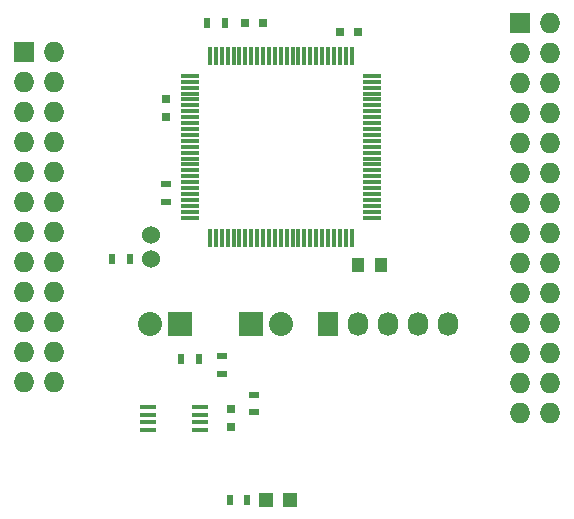
<source format=gts>
G04 #@! TF.FileFunction,Soldermask,Top*
%FSLAX46Y46*%
G04 Gerber Fmt 4.6, Leading zero omitted, Abs format (unit mm)*
G04 Created by KiCad (PCBNEW (2015-01-16 BZR 5376)-product) date 23/07/2015 12:13:06*
%MOMM*%
G01*
G04 APERTURE LIST*
%ADD10C,0.100000*%
%ADD11R,1.000000X1.250000*%
%ADD12R,0.750000X0.800000*%
%ADD13R,0.800000X0.750000*%
%ADD14R,2.032000X2.032000*%
%ADD15O,2.032000X2.032000*%
%ADD16R,1.727200X1.727200*%
%ADD17O,1.727200X1.727200*%
%ADD18C,1.524000*%
%ADD19R,1.727200X2.032000*%
%ADD20O,1.727200X2.032000*%
%ADD21R,0.900000X0.500000*%
%ADD22R,0.500000X0.900000*%
%ADD23R,1.500000X0.300000*%
%ADD24R,0.300000X1.500000*%
%ADD25R,1.198880X1.198880*%
%ADD26R,1.450000X0.450000*%
G04 APERTURE END LIST*
D10*
D11*
X91250000Y-89000000D03*
X93250000Y-89000000D03*
D12*
X75000000Y-75000000D03*
X75000000Y-76500000D03*
D13*
X81750000Y-68500000D03*
X83250000Y-68500000D03*
X91250000Y-69250000D03*
X89750000Y-69250000D03*
D14*
X76250000Y-94000000D03*
D15*
X73710000Y-94000000D03*
D16*
X105000000Y-68500000D03*
D17*
X107540000Y-68500000D03*
X105000000Y-71040000D03*
X107540000Y-71040000D03*
X105000000Y-73580000D03*
X107540000Y-73580000D03*
X105000000Y-76120000D03*
X107540000Y-76120000D03*
X105000000Y-78660000D03*
X107540000Y-78660000D03*
X105000000Y-81200000D03*
X107540000Y-81200000D03*
X105000000Y-83740000D03*
X107540000Y-83740000D03*
X105000000Y-86280000D03*
X107540000Y-86280000D03*
X105000000Y-88820000D03*
X107540000Y-88820000D03*
X105000000Y-91360000D03*
X107540000Y-91360000D03*
X105000000Y-93900000D03*
X107540000Y-93900000D03*
X105000000Y-96440000D03*
X107540000Y-96440000D03*
X105000000Y-98980000D03*
X107540000Y-98980000D03*
X105000000Y-101520000D03*
X107540000Y-101520000D03*
D18*
X73750000Y-86500000D03*
X73750000Y-88500000D03*
D19*
X88750000Y-94000000D03*
D20*
X91290000Y-94000000D03*
X93830000Y-94000000D03*
X96370000Y-94000000D03*
X98910000Y-94000000D03*
D14*
X82250000Y-94000000D03*
D15*
X84790000Y-94000000D03*
D21*
X79750000Y-98250000D03*
X79750000Y-96750000D03*
D22*
X70500000Y-88500000D03*
X72000000Y-88500000D03*
X78500000Y-68500000D03*
X80000000Y-68500000D03*
D21*
X75050000Y-83700000D03*
X75050000Y-82200000D03*
D23*
X92450000Y-85000000D03*
X92450000Y-84500000D03*
X92450000Y-84000000D03*
X92450000Y-83500000D03*
X92450000Y-83000000D03*
X92450000Y-82500000D03*
X92450000Y-82000000D03*
X92450000Y-81500000D03*
X92450000Y-81000000D03*
X92450000Y-80500000D03*
X92450000Y-80000000D03*
X92450000Y-79500000D03*
X92450000Y-79000000D03*
X92450000Y-78500000D03*
X92450000Y-78000000D03*
X92450000Y-77500000D03*
X92450000Y-77000000D03*
X92450000Y-76500000D03*
X92450000Y-76000000D03*
X92450000Y-75500000D03*
X92450000Y-75000000D03*
X92450000Y-74500000D03*
X92450000Y-74000000D03*
X92450000Y-73500000D03*
X92450000Y-73000000D03*
D24*
X90750000Y-71300000D03*
X90250000Y-71300000D03*
X89750000Y-71300000D03*
X89250000Y-71300000D03*
X88750000Y-71300000D03*
X88250000Y-71300000D03*
X87750000Y-71300000D03*
X87250000Y-71300000D03*
X86750000Y-71300000D03*
X86250000Y-71300000D03*
X85750000Y-71300000D03*
X85250000Y-71300000D03*
X84750000Y-71300000D03*
X84250000Y-71300000D03*
X83750000Y-71300000D03*
X83250000Y-71300000D03*
X82750000Y-71300000D03*
X82250000Y-71300000D03*
X81750000Y-71300000D03*
X81250000Y-71300000D03*
X80750000Y-71300000D03*
X80250000Y-71300000D03*
X79750000Y-71300000D03*
X79250000Y-71300000D03*
X78750000Y-71300000D03*
D23*
X77050000Y-73000000D03*
X77050000Y-73500000D03*
X77050000Y-74000000D03*
X77050000Y-74500000D03*
X77050000Y-75000000D03*
X77050000Y-75500000D03*
X77050000Y-76000000D03*
X77050000Y-76500000D03*
X77050000Y-77000000D03*
X77050000Y-77500000D03*
X77050000Y-78000000D03*
X77050000Y-78500000D03*
X77050000Y-79000000D03*
X77050000Y-79500000D03*
X77050000Y-80000000D03*
X77050000Y-80500000D03*
X77050000Y-81000000D03*
X77050000Y-81500000D03*
X77050000Y-82000000D03*
X77050000Y-82500000D03*
X77050000Y-83000000D03*
X77050000Y-83500000D03*
X77050000Y-84000000D03*
X77050000Y-84500000D03*
X77050000Y-85000000D03*
D24*
X78750000Y-86700000D03*
X79250000Y-86700000D03*
X79750000Y-86700000D03*
X80250000Y-86700000D03*
X80750000Y-86700000D03*
X81250000Y-86700000D03*
X81750000Y-86700000D03*
X82250000Y-86700000D03*
X82750000Y-86700000D03*
X83250000Y-86700000D03*
X83750000Y-86700000D03*
X84250000Y-86700000D03*
X84750000Y-86700000D03*
X85250000Y-86700000D03*
X85750000Y-86700000D03*
X86250000Y-86700000D03*
X86750000Y-86700000D03*
X87250000Y-86700000D03*
X87750000Y-86700000D03*
X88250000Y-86700000D03*
X88750000Y-86700000D03*
X89250000Y-86700000D03*
X89750000Y-86700000D03*
X90250000Y-86700000D03*
X90750000Y-86700000D03*
D16*
X63000000Y-71000000D03*
D17*
X65540000Y-71000000D03*
X63000000Y-73540000D03*
X65540000Y-73540000D03*
X63000000Y-76080000D03*
X65540000Y-76080000D03*
X63000000Y-78620000D03*
X65540000Y-78620000D03*
X63000000Y-81160000D03*
X65540000Y-81160000D03*
X63000000Y-83700000D03*
X65540000Y-83700000D03*
X63000000Y-86240000D03*
X65540000Y-86240000D03*
X63000000Y-88780000D03*
X65540000Y-88780000D03*
X63000000Y-91320000D03*
X65540000Y-91320000D03*
X63000000Y-93860000D03*
X65540000Y-93860000D03*
X63000000Y-96400000D03*
X65540000Y-96400000D03*
X63000000Y-98940000D03*
X65540000Y-98940000D03*
D22*
X77800000Y-96950000D03*
X76300000Y-96950000D03*
D12*
X80500000Y-101250000D03*
X80500000Y-102750000D03*
D25*
X85574020Y-108875000D03*
X83475980Y-108875000D03*
D22*
X80425000Y-108875000D03*
X81925000Y-108875000D03*
D21*
X82500000Y-100000000D03*
X82500000Y-101500000D03*
D26*
X73550000Y-101025000D03*
X73550000Y-101675000D03*
X73550000Y-102325000D03*
X73550000Y-102975000D03*
X77950000Y-102975000D03*
X77950000Y-102325000D03*
X77950000Y-101675000D03*
X77950000Y-101025000D03*
M02*

</source>
